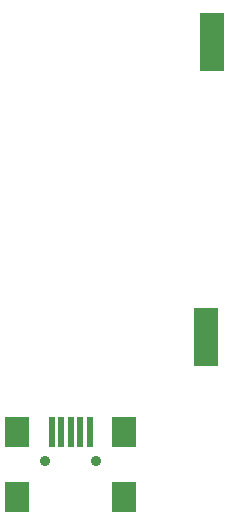
<source format=gbp>
G04 MADE WITH FRITZING*
G04 WWW.FRITZING.ORG*
G04 DOUBLE SIDED*
G04 HOLES PLATED*
G04 CONTOUR ON CENTER OF CONTOUR VECTOR*
%ASAXBY*%
%FSLAX23Y23*%
%MOIN*%
%OFA0B0*%
%SFA1.0B1.0*%
%ADD10C,0.035433*%
%ADD11R,0.019685X0.098425*%
%ADD12R,0.078740X0.098425*%
%ADD13R,0.078740X0.196850*%
%LNPASTEMASK0*%
G90*
G70*
G54D10*
X1111Y198D03*
X938Y198D03*
X1111Y198D03*
X938Y198D03*
X1111Y198D03*
X938Y198D03*
G54D11*
X1025Y296D03*
X1056Y296D03*
X962Y296D03*
X993Y296D03*
G54D12*
X847Y80D03*
X1202Y80D03*
X847Y296D03*
X1202Y296D03*
G54D11*
X1088Y296D03*
G54D13*
X1497Y1595D03*
X1477Y611D03*
G04 End of PasteMask0*
M02*
</source>
